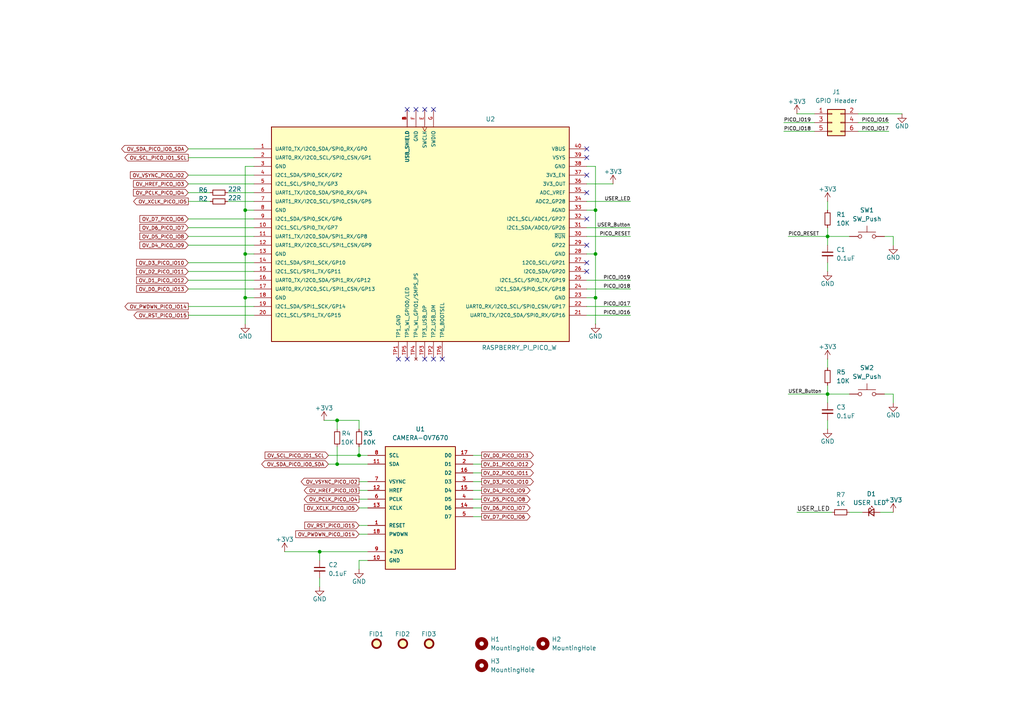
<source format=kicad_sch>
(kicad_sch (version 20231120) (generator "eeschema") (generator_version "8.0")
  (paper "A4")
  (title_block (title "PICO OV7670 Adapter") (date "2025-01-31") (rev "Ver 1.0") (company "Electronut Labs") (comment 1 "Designed by Mahesh Venkitachalam") (comment 2 "Drawn by Sivaprakash"))
  (lib_symbols
    (symbol "Connector_Generic:Conn_02x03_Odd_Even" (pin_names (offset 1.016) hide)
      (property "Reference" "J" (at 1.27 5.08 0))
      (property "Value" "Conn_02x03_Odd_Even" (at 1.27 -5.08 0))
      (symbol "Conn_02x03_Odd_Even_1_1"
        (rectangle (start -1.27 -2.413) (end 0 -2.667) (stroke (width 0.1524)))
        (rectangle (start -1.27 0.127) (end 0 -0.127) (stroke (width 0.1524)))
        (rectangle (start -1.27 2.667) (end 0 2.413) (stroke (width 0.1524)))
        (rectangle (start -1.27 3.81) (end 3.81 -3.81) (stroke (width 0.254)) (fill (type background)))
        (rectangle (start 3.81 -2.413) (end 2.54 -2.667) (stroke (width 0.1524)))
        (rectangle (start 3.81 0.127) (end 2.54 -0.127) (stroke (width 0.1524)))
        (rectangle (start 3.81 2.667) (end 2.54 2.413) (stroke (width 0.1524)))
        (pin passive line (at -5.08 2.54 0) (length 3.81) (name "Pin_1") (number "1"))
        (pin passive line (at 7.62 2.54 180) (length 3.81) (name "Pin_2") (number "2"))
        (pin passive line (at -5.08 0 0) (length 3.81) (name "Pin_3") (number "3"))
        (pin passive line (at 7.62 0 180) (length 3.81) (name "Pin_4") (number "4"))
        (pin passive line (at -5.08 -2.54 0) (length 3.81) (name "Pin_5") (number "5"))
        (pin passive line (at 7.62 -2.54 180) (length 3.81) (name "Pin_6") (number "6"))
      )
    )
    (symbol "Device:C_Small" (pin_numbers hide) (pin_names (offset 0.254) hide)
      (property "Reference" "C" (at 0.254 1.778 0))
      (property "Value" "C_Small" (at 0.254 -2.032 0))
      (symbol "C_Small_0_1"
        (polyline (pts (xy -1.524 -0.508) (xy 1.524 -0.508)) (stroke (width 0.3302)))
        (polyline (pts (xy -1.524 0.508) (xy 1.524 0.508)) (stroke (width 0.3048)))
      )
      (symbol "C_Small_1_1"
        (pin passive line (at 0 2.54 270) (length 2.032) (name "~") (number "1"))
        (pin passive line (at 0 -2.54 90) (length 2.032) (name "~") (number "2"))
      )
    )
    (symbol "Device:LED_Small" (pin_numbers hide) (pin_names (offset 0.254) hide)
      (property "Reference" "D" (at -1.27 3.175 0))
      (property "Value" "LED_Small" (at -4.445 -2.54 0))
      (symbol "LED_Small_0_1"
        (polyline (pts (xy -0.762 -1.016) (xy -0.762 1.016)) (stroke (width 0.254)))
        (polyline (pts (xy 1.016 0) (xy -0.762 0)))
        (polyline (pts (xy 0.762 -1.016) (xy -0.762 0) (xy 0.762 1.016) (xy 0.762 -1.016)) (stroke (width 0.254)))
        (polyline (pts (xy 0 0.762) (xy -0.508 1.27) (xy -0.254 1.27) (xy -0.508 1.27) (xy -0.508 1.016)))
        (polyline (pts (xy 0.508 1.27) (xy 0 1.778) (xy 0.254 1.778) (xy 0 1.778) (xy 0 1.524)))
      )
      (symbol "LED_Small_1_1"
        (pin passive line (at -2.54 0 0) (length 1.778) (name "K") (number "1"))
        (pin passive line (at 2.54 0 180) (length 1.778) (name "A") (number "2"))
      )
    )
    (symbol "Device:R_Small" (pin_numbers hide) (pin_names (offset 0.254) hide)
      (property "Reference" "R" (at 0.762 0.508 0))
      (property "Value" "R_Small" (at 0.762 -1.016 0))
      (symbol "R_Small_0_1"
        (rectangle (start -0.762 1.778) (end 0.762 -1.778) (stroke (width 0.2032)))
      )
      (symbol "R_Small_1_1"
        (pin passive line (at 0 2.54 270) (length 0.762) (name "~") (number "1"))
        (pin passive line (at 0 -2.54 90) (length 0.762) (name "~") (number "2"))
      )
    )
    (symbol "Mechanical:Fiducial" (exclude_from_sim yes) (in_bom no)
      (property "Reference" "FID" (at 0 5.08 0))
      (property "Value" "Fiducial" (at 0 3.175 0))
      (symbol "Fiducial_0_1"
        (circle (center 0 0) (radius 1.27) (stroke (width 0.508)) (fill (type background)))
      )
    )
    (symbol "Mechanical:MountingHole" (pin_names (offset 1.016)) (exclude_from_sim yes) (in_bom no)
      (property "Reference" "H" (at 0 5.08 0))
      (property "Value" "MountingHole" (at 0 3.175 0))
      (symbol "MountingHole_0_1"
        (circle (center 0 0) (radius 1.27) (stroke (width 1.27)))
      )
    )
    (symbol "Switch:SW_Push" (pin_numbers hide) (pin_names (offset 1.016) hide)
      (property "Reference" "SW" (at 1.27 2.54 0))
      (property "Value" "SW_Push" (at 0 -1.524 0))
      (symbol "SW_Push_0_1"
        (circle (center -2.032 0) (radius 0.508))
        (polyline (pts (xy 0 1.27) (xy 0 3.048)))
        (polyline (pts (xy 2.54 1.27) (xy -2.54 1.27)))
        (circle (center 2.032 0) (radius 0.508))
        (pin passive line (at -5.08 0 0) (length 2.54) (name "1") (number "1"))
        (pin passive line (at 5.08 0 180) (length 2.54) (name "2") (number "2"))
      )
    )
    (symbol "pico_ov7670_adapter:CAMERA-OV7670" (pin_names (offset 1.016))
      (property "Reference" "U" (at -10.16 18.542 0))
      (property "Value" "CAMERA-OV7670" (at 0 0 0))
      (symbol "CAMERA-OV7670_0_0"
        (rectangle (start -10.16 -17.78) (end 10.16 17.78) (stroke (width 0.254)) (fill (type background)))
      )
      (symbol "CAMERA-OV7670_1_0"
        (pin bidirectional line (at -15.24 -5.08 0) (length 5.08) (name "RESET") (number "1"))
        (pin bidirectional line (at -15.24 -15.24 0) (length 5.08) (name "GND") (number "10"))
        (pin bidirectional line (at -15.24 12.7 0) (length 5.08) (name "SDA") (number "11"))
        (pin bidirectional line (at -15.24 5.08 0) (length 5.08) (name "HREF") (number "12"))
        (pin bidirectional line (at -15.24 0 0) (length 5.08) (name "XCLK") (number "13"))
        (pin bidirectional line (at 15.24 0 180) (length 5.08) (name "D6") (number "14"))
        (pin bidirectional line (at 15.24 5.08 180) (length 5.08) (name "D4") (number "15"))
        (pin bidirectional line (at 15.24 10.16 180) (length 5.08) (name "D2") (number "16"))
        (pin bidirectional line (at 15.24 15.24 180) (length 5.08) (name "D0") (number "17"))
        (pin bidirectional line (at -15.24 -7.62 0) (length 5.08) (name "PWDWN") (number "18"))
        (pin bidirectional line (at 15.24 12.7 180) (length 5.08) (name "D1") (number "2"))
        (pin bidirectional line (at 15.24 7.62 180) (length 5.08) (name "D3") (number "3"))
        (pin bidirectional line (at 15.24 2.54 180) (length 5.08) (name "D5") (number "4"))
        (pin bidirectional line (at 15.24 -2.54 180) (length 5.08) (name "D7") (number "5"))
        (pin bidirectional line (at -15.24 2.54 0) (length 5.08) (name "PCLK") (number "6"))
        (pin bidirectional line (at -15.24 7.62 0) (length 5.08) (name "VSYNC") (number "7"))
        (pin bidirectional line (at -15.24 15.24 0) (length 5.08) (name "SCL") (number "8"))
        (pin bidirectional line (at -15.24 -12.7 0) (length 5.08) (name "+3V3") (number "9"))
      )
    )
    (symbol "pico_ov7670_adapter:RASPBERRY_PI_PICO_W" (pin_names (offset 1.016))
      (property "Reference" "U" (at -43.18 32.639 0))
      (property "Value" "RASPBERRY_PI_PICO_W" (at 14.478 -33.782 0))
      (symbol "RASPBERRY_PI_PICO_W_0_0"
        (rectangle (start -43.18 31.75) (end 43.18 -30.48) (stroke (width 0.254)) (fill (type background)))
        (pin bidirectional line (at -48.26 25.4 0) (length 5.08) (name "UART0_TX/I2C0_SDA/SPI0_RX/GP0") (number "1"))
        (pin bidirectional line (at -48.26 2.54 0) (length 5.08) (name "I2C1_SCL/SPI0_TX/GP7") (number "10"))
        (pin bidirectional line (at -48.26 0 0) (length 5.08) (name "UART1_TX/I2C0_SDA/SPI1_RX/GP8") (number "11"))
        (pin bidirectional line (at -48.26 -2.54 0) (length 5.08) (name "UART1_RX/I2C0_SCL/SPI1_CSN/GP9") (number "12"))
        (pin power_in line (at -48.26 -5.08 0) (length 5.08) (name "GND") (number "13"))
        (pin bidirectional line (at -48.26 -7.62 0) (length 5.08) (name "I2C1_SDA/SPI1_SCK/GP10") (number "14"))
        (pin bidirectional line (at -48.26 -10.16 0) (length 5.08) (name "I2C1_SCL/SPI1_TX/GP11") (number "15"))
        (pin bidirectional line (at -48.26 -12.7 0) (length 5.08) (name "UART0_TX/I2C0_SDA/SPI1_RX/GP12") (number "16"))
        (pin bidirectional line (at -48.26 -15.24 0) (length 5.08) (name "UART0_RX/I2C0_SCL/SPI1_CSN/GP13") (number "17"))
        (pin power_in line (at -48.26 -17.78 0) (length 5.08) (name "GND") (number "18"))
        (pin bidirectional line (at -48.26 -20.32 0) (length 5.08) (name "I2C1_SDA/SPI1_SCK/GP14") (number "19"))
        (pin bidirectional line (at -48.26 22.86 0) (length 5.08) (name "UART0_RX/I2C0_SCL/SPI0_CSN/GP1") (number "2"))
        (pin bidirectional line (at -48.26 -22.86 0) (length 5.08) (name "I2C1_SCL/SPI1_TX/GP15") (number "20"))
        (pin bidirectional line (at 48.26 -22.86 180) (length 5.08) (name "UART0_TX/I2C0_SDA/SPI0_RX/GP16") (number "21"))
        (pin bidirectional line (at 48.26 -20.32 180) (length 5.08) (name "UART0_RX/I2C0_SCL/SPI0_CSN/GP17") (number "22"))
        (pin power_in line (at 48.26 -17.78 180) (length 5.08) (name "GND") (number "23"))
        (pin bidirectional line (at 48.26 -15.24 180) (length 5.08) (name "I2C1_SDA/SPI0_SCK/GP18") (number "24"))
        (pin bidirectional line (at 48.26 -12.7 180) (length 5.08) (name "I2C1_SCL/SPI0_TX/GP19") (number "25"))
        (pin bidirectional line (at 48.26 -10.16 180) (length 5.08) (name "I2C0_SDA/GP20") (number "26"))
        (pin bidirectional line (at 48.26 -7.62 180) (length 5.08) (name "12C0_SCL/GP21") (number "27"))
        (pin power_in line (at 48.26 -5.08 180) (length 5.08) (name "GND") (number "28"))
        (pin bidirectional line (at 48.26 -2.54 180) (length 5.08) (name "GP22") (number "29"))
        (pin power_in line (at -48.26 20.32 0) (length 5.08) (name "GND") (number "3"))
        (pin input line (at 48.26 0 180) (length 5.08) (name "~{RUN}") (number "30"))
        (pin bidirectional line (at 48.26 2.54 180) (length 5.08) (name "I2C1_SDA/ADC0/GP26") (number "31"))
        (pin bidirectional line (at 48.26 5.08 180) (length 5.08) (name "I2C1_SCL/ADC1/GP27") (number "32"))
        (pin power_in line (at 48.26 7.62 180) (length 5.08) (name "AGND") (number "33"))
        (pin bidirectional line (at 48.26 10.16 180) (length 5.08) (name "ADC2_GP28") (number "34"))
        (pin power_in line (at 48.26 12.7 180) (length 5.08) (name "ADC_VREF") (number "35"))
        (pin power_in line (at 48.26 15.24 180) (length 5.08) (name "3V3_OUT") (number "36"))
        (pin input line (at 48.26 17.78 180) (length 5.08) (name "3V3_EN") (number "37"))
        (pin power_in line (at 48.26 20.32 180) (length 5.08) (name "GND") (number "38"))
        (pin power_in line (at 48.26 22.86 180) (length 5.08) (name "VSYS") (number "39"))
        (pin bidirectional line (at -48.26 17.78 0) (length 5.08) (name "I2C1_SDA/SPI0_SCK/GP2") (number "4"))
        (pin power_in line (at 48.26 25.4 180) (length 5.08) (name "VBUS") (number "40"))
        (pin bidirectional line (at -48.26 15.24 0) (length 5.08) (name "I2C1_SCL/SPI0_TX/GP3") (number "5"))
        (pin bidirectional line (at -48.26 12.7 0) (length 5.08) (name "UART1_TX/I2C0_SDA/SPI0_RX/GP4") (number "6"))
        (pin bidirectional line (at -48.26 10.16 0) (length 5.08) (name "UART1_RX/I2C0_SCL/SPI0_CSN/GP5") (number "7"))
        (pin power_in line (at -48.26 7.62 0) (length 5.08) (name "GND") (number "8"))
        (pin bidirectional line (at -48.26 5.08 0) (length 5.08) (name "I2C1_SDA/SPI0_SCK/GP6") (number "9"))
        (pin power_in line (at -3.81 36.83 270) (length 5.08) (name "USB_SHIELD") (number "A"))
        (pin power_in line (at -3.81 36.83 270) (length 5.08) (name "USB_SHIELD") (number "B"))
        (pin power_in line (at -3.81 36.83 270) (length 5.08) (name "USB_SHIELD") (number "C"))
        (pin power_in line (at -3.81 36.83 270) (length 5.08) (name "USB_SHIELD") (number "D"))
        (pin input clock (at 1.27 36.83 270) (length 5.08) (name "SWCLK") (number "E"))
        (pin power_in line (at -1.27 36.83 270) (length 5.08) (name "GND") (number "F"))
        (pin bidirectional line (at 3.81 36.83 270) (length 5.08) (name "SWDIO") (number "G"))
        (pin power_in line (at -6.35 -35.56 90) (length 5.08) (name "TP1_GND") (number "TP1"))
        (pin bidirectional line (at 3.81 -35.56 90) (length 5.08) (name "TP2_USB_DM") (number "TP2"))
        (pin bidirectional line (at 1.27 -35.56 90) (length 5.08) (name "TP3_USB_DP") (number "TP3"))
        (pin no_connect line (at -1.27 -35.56 90) (length 5.08) (name "TP4_WL_GPIO1/SMPS_PS") (number "TP4"))
        (pin bidirectional line (at -3.81 -35.56 90) (length 5.08) (name "TP5_WL_GPIO0/LED") (number "TP5"))
        (pin input line (at 6.35 -35.56 90) (length 5.08) (name "TP6_BOOTSEL") (number "TP6"))
      )
    )
    (symbol "power:+3V3" (power) (pin_numbers hide) (pin_names (offset 0) hide)
      (property "Value" "+3V3" (at 0 3.556 0))
      (symbol "+3V3_0_1"
        (polyline (pts (xy -0.762 1.27) (xy 0 2.54)))
        (polyline (pts (xy 0 0) (xy 0 2.54)))
        (polyline (pts (xy 0 2.54) (xy 0.762 1.27)))
      )
      (symbol "+3V3_1_1"
        (pin power_in line (at 0 0 90) (length 0) (name "~") (number "1"))
      )
    )
    (symbol "power:GND" (power) (pin_numbers hide) (pin_names (offset 0) hide)
      (property "Value" "GND" (at 0 -3.81 0))
      (symbol "GND_0_1"
        (polyline (pts (xy 0 0) (xy 0 -1.27) (xy 1.27 -1.27) (xy 0 -2.54) (xy -1.27 -1.27) (xy 0 -1.27)))
      )
      (symbol "GND_1_1"
        (pin power_in line (at 0 0 270) (length 0) (name "~") (number "1"))
      )
    )
  )
  (junction (at 97.79 121.92))
  (junction (at 71.12 86.36))
  (junction (at 240.03 114.3))
  (junction (at 172.72 60.96))
  (junction (at 172.72 86.36))
  (junction (at 71.12 73.66))
  (junction (at 172.72 73.66))
  (junction (at 71.12 60.96))
  (junction (at 92.71 160.02))
  (junction (at 240.03 68.58))
  (junction (at 97.79 134.62))
  (junction (at 104.14 132.08))
  (no_connect (at 170.18 55.88))
  (no_connect (at 125.73 104.14))
  (no_connect (at 170.18 43.18))
  (no_connect (at 170.18 45.72))
  (no_connect (at 170.18 76.2))
  (no_connect (at 115.57 104.14))
  (no_connect (at 123.19 104.14))
  (no_connect (at 125.73 31.75))
  (no_connect (at 128.27 104.14))
  (no_connect (at 170.18 78.74))
  (no_connect (at 170.18 50.8))
  (no_connect (at 170.18 63.5))
  (no_connect (at 120.65 31.75))
  (no_connect (at 123.19 31.75))
  (no_connect (at 170.18 71.12))
  (no_connect (at 118.11 104.14))
  (no_connect (at 118.11 31.75))
  (wire (pts (xy 137.16 134.62) (xy 139.7 134.62)))
  (wire (pts (xy 248.92 35.56) (xy 257.81 35.56)))
  (wire (pts (xy 170.18 86.36) (xy 172.72 86.36)))
  (wire (pts (xy 240.03 76.2) (xy 240.03 78.74)))
  (wire (pts (xy 104.14 129.54) (xy 104.14 132.08)))
  (wire (pts (xy 248.92 33.02) (xy 261.62 33.02)))
  (wire (pts (xy 95.25 134.62) (xy 97.79 134.62)))
  (wire (pts (xy 170.18 91.44) (xy 182.88 91.44)))
  (wire (pts (xy 71.12 60.96) (xy 73.66 60.96)))
  (wire (pts (xy 248.92 38.1) (xy 257.81 38.1)))
  (wire (pts (xy 92.71 160.02) (xy 106.68 160.02)))
  (wire (pts (xy 71.12 60.96) (xy 71.12 73.66)))
  (wire (pts (xy 97.79 134.62) (xy 106.68 134.62)))
  (wire (pts (xy 170.18 68.58) (xy 182.88 68.58)))
  (wire (pts (xy 106.68 162.56) (xy 104.14 162.56)))
  (wire (pts (xy 104.14 142.24) (xy 106.68 142.24)))
  (wire (pts (xy 95.25 132.08) (xy 104.14 132.08)))
  (wire (pts (xy 54.61 76.2) (xy 73.66 76.2)))
  (wire (pts (xy 97.79 129.54) (xy 97.79 134.62)))
  (wire (pts (xy 54.61 91.44) (xy 73.66 91.44)))
  (wire (pts (xy 256.54 68.58) (xy 259.08 68.58)))
  (wire (pts (xy 93.98 121.92) (xy 97.79 121.92)))
  (wire (pts (xy 240.03 68.58) (xy 246.38 68.58)))
  (wire (pts (xy 137.16 132.08) (xy 139.7 132.08)))
  (wire (pts (xy 104.14 144.78) (xy 106.68 144.78)))
  (wire (pts (xy 71.12 73.66) (xy 73.66 73.66)))
  (wire (pts (xy 259.08 68.58) (xy 259.08 71.12)))
  (wire (pts (xy 228.6 114.3) (xy 240.03 114.3)))
  (wire (pts (xy 172.72 73.66) (xy 172.72 86.36)))
  (wire (pts (xy 104.14 154.94) (xy 106.68 154.94)))
  (wire (pts (xy 54.61 58.42) (xy 60.96 58.42)))
  (wire (pts (xy 54.61 53.34) (xy 73.66 53.34)))
  (wire (pts (xy 170.18 48.26) (xy 172.72 48.26)))
  (wire (pts (xy 73.66 48.26) (xy 71.12 48.26)))
  (wire (pts (xy 137.16 137.16) (xy 139.7 137.16)))
  (wire (pts (xy 66.04 58.42) (xy 73.66 58.42)))
  (wire (pts (xy 240.03 114.3) (xy 240.03 116.84)))
  (wire (pts (xy 54.61 55.88) (xy 60.96 55.88)))
  (wire (pts (xy 104.14 132.08) (xy 106.68 132.08)))
  (wire (pts (xy 170.18 81.28) (xy 182.88 81.28)))
  (wire (pts (xy 137.16 147.32) (xy 139.7 147.32)))
  (wire (pts (xy 92.71 167.64) (xy 92.71 170.18)))
  (wire (pts (xy 170.18 60.96) (xy 172.72 60.96)))
  (wire (pts (xy 66.04 55.88) (xy 73.66 55.88)))
  (wire (pts (xy 240.03 66.04) (xy 240.03 68.58)))
  (wire (pts (xy 54.61 45.72) (xy 73.66 45.72)))
  (wire (pts (xy 71.12 86.36) (xy 71.12 93.98)))
  (wire (pts (xy 240.03 104.14) (xy 240.03 106.68)))
  (wire (pts (xy 256.54 114.3) (xy 259.08 114.3)))
  (wire (pts (xy 54.61 68.58) (xy 73.66 68.58)))
  (wire (pts (xy 137.16 142.24) (xy 139.7 142.24)))
  (wire (pts (xy 227.33 38.1) (xy 236.22 38.1)))
  (wire (pts (xy 137.16 149.86) (xy 139.7 149.86)))
  (wire (pts (xy 54.61 63.5) (xy 73.66 63.5)))
  (wire (pts (xy 82.55 160.02) (xy 92.71 160.02)))
  (wire (pts (xy 227.33 35.56) (xy 236.22 35.56)))
  (wire (pts (xy 240.03 68.58) (xy 240.03 71.12)))
  (wire (pts (xy 228.6 68.58) (xy 240.03 68.58)))
  (wire (pts (xy 54.61 78.74) (xy 73.66 78.74)))
  (wire (pts (xy 97.79 121.92) (xy 104.14 121.92)))
  (wire (pts (xy 240.03 114.3) (xy 246.38 114.3)))
  (wire (pts (xy 104.14 121.92) (xy 104.14 124.46)))
  (wire (pts (xy 246.38 148.59) (xy 250.19 148.59)))
  (wire (pts (xy 170.18 73.66) (xy 172.72 73.66)))
  (wire (pts (xy 172.72 48.26) (xy 172.72 60.96)))
  (wire (pts (xy 172.72 60.96) (xy 172.72 73.66)))
  (wire (pts (xy 54.61 83.82) (xy 73.66 83.82)))
  (wire (pts (xy 172.72 86.36) (xy 172.72 93.98)))
  (wire (pts (xy 240.03 111.76) (xy 240.03 114.3)))
  (wire (pts (xy 137.16 144.78) (xy 139.7 144.78)))
  (wire (pts (xy 71.12 48.26) (xy 71.12 60.96)))
  (wire (pts (xy 240.03 58.42) (xy 240.03 60.96)))
  (wire (pts (xy 71.12 86.36) (xy 73.66 86.36)))
  (wire (pts (xy 170.18 88.9) (xy 182.88 88.9)))
  (wire (pts (xy 104.14 139.7) (xy 106.68 139.7)))
  (wire (pts (xy 137.16 139.7) (xy 139.7 139.7)))
  (wire (pts (xy 54.61 43.18) (xy 73.66 43.18)))
  (wire (pts (xy 92.71 160.02) (xy 92.71 162.56)))
  (wire (pts (xy 71.12 73.66) (xy 71.12 86.36)))
  (wire (pts (xy 54.61 81.28) (xy 73.66 81.28)))
  (wire (pts (xy 97.79 121.92) (xy 97.79 124.46)))
  (wire (pts (xy 170.18 53.34) (xy 177.8 53.34)))
  (wire (pts (xy 104.14 162.56) (xy 104.14 165.1)))
  (wire (pts (xy 240.03 121.92) (xy 240.03 124.46)))
  (wire (pts (xy 54.61 66.04) (xy 73.66 66.04)))
  (wire (pts (xy 259.08 114.3) (xy 259.08 116.84)))
  (wire (pts (xy 104.14 147.32) (xy 106.68 147.32)))
  (wire (pts (xy 54.61 88.9) (xy 73.66 88.9)))
  (wire (pts (xy 54.61 50.8) (xy 73.66 50.8)))
  (wire (pts (xy 170.18 66.04) (xy 182.88 66.04)))
  (wire (pts (xy 231.14 33.02) (xy 236.22 33.02)))
  (wire (pts (xy 170.18 83.82) (xy 182.88 83.82)))
  (wire (pts (xy 104.14 152.4) (xy 106.68 152.4)))
  (wire (pts (xy 231.14 148.59) (xy 241.3 148.59)))
  (wire (pts (xy 54.61 71.12) (xy 73.66 71.12)))
  (wire (pts (xy 259.08 148.59) (xy 255.27 148.59)))
  (wire (pts (xy 170.18 58.42) (xy 182.88 58.42)))
  (label "PICO_RESET" (at 182.88 68.58 180) (effects (font (size 1 1))))
  (label "PICO_IO18" (at 227.33 38.1 0) (effects (font (size 1 1))))
  (label "PICO_IO17" (at 182.88 88.9 180) (effects (font (size 1 1))))
  (label "PICO_IO19" (at 182.88 81.28 180) (effects (font (size 1 1))))
  (label "PICO_IO17" (at 257.81 38.1 180) (effects (font (size 1 1))))
  (label "PICO_IO16" (at 257.81 35.56 180) (effects (font (size 1 1))))
  (label "PICO_IO18" (at 182.88 83.82 180) (effects (font (size 1 1))))
  (label "USER_LED" (at 182.88 58.42 180) (effects (font (size 1 1))))
  (label "PICO_RESET" (at 228.6 68.58 0) (effects (font (size 1 1))))
  (label "USER_Button" (at 182.88 66.04 180) (effects (font (size 1 1))))
  (label "USER_Button" (at 228.6 114.3 0) (effects (font (size 1 1))))
  (label "USER_LED" (at 231.14 148.59 0))
  (label "PICO_IO19" (at 227.33 35.56 0) (effects (font (size 1 1))))
  (label "PICO_IO16" (at 182.88 91.44 180) (effects (font (size 1 1))))
  (global_label "OV_SDA_PICO_IO0_SDA" (shape bidirectional) (at 54.61 43.18 180) (effects (font (size 1 1))) (property "Intersheetrefs" "${INTERSHEET_REFS}" (effects (hide yes))))
  (global_label "OV_XCLK_PICO_IO5" (shape input) (at 104.14 147.32 180) (effects (font (size 1 1))) (property "Intersheetrefs" "${INTERSHEET_REFS}" (effects (hide yes))))
  (global_label "OV_D3_PICO_IO10" (shape input) (at 54.61 76.2 180) (effects (font (size 1 1))) (property "Intersheetrefs" "${INTERSHEET_REFS}" (effects (hide yes))))
  (global_label "OV_D6_PICO_IO7" (shape output) (at 139.7 147.32 0) (effects (font (size 1 1))) (property "Intersheetrefs" "${INTERSHEET_REFS}" (effects (hide yes))))
  (global_label "OV_D1_PICO_IO12" (shape input) (at 54.61 81.28 180) (effects (font (size 1 1))) (property "Intersheetrefs" "${INTERSHEET_REFS}" (effects (hide yes))))
  (global_label "OV_SDA_PICO_IO0_SDA" (shape bidirectional) (at 95.25 134.62 180) (effects (font (size 1 1))) (property "Intersheetrefs" "${INTERSHEET_REFS}" (effects (hide yes))))
  (global_label "OV_HREF_PICO_IO3" (shape output) (at 104.14 142.24 180) (effects (font (size 1 1))) (property "Intersheetrefs" "${INTERSHEET_REFS}" (effects (hide yes))))
  (global_label "OV_HREF_PICO_IO3" (shape input) (at 54.61 53.34 180) (effects (font (size 1 1))) (property "Intersheetrefs" "${INTERSHEET_REFS}" (effects (hide yes))))
  (global_label "OV_SCL_PICO_IO1_SCL" (shape output) (at 54.61 45.72 180) (effects (font (size 1 1))) (property "Intersheetrefs" "${INTERSHEET_REFS}" (effects (hide yes))))
  (global_label "OV_XCLK_PICO_IO5" (shape output) (at 54.61 58.42 180) (effects (font (size 1 1))) (property "Intersheetrefs" "${INTERSHEET_REFS}" (effects (hide yes))))
  (global_label "OV_PWDWN_PICO_IO14" (shape output) (at 54.61 88.9 180) (effects (font (size 1 1))) (property "Intersheetrefs" "${INTERSHEET_REFS}" (effects (hide yes))))
  (global_label "OV_D6_PICO_IO7" (shape input) (at 54.61 66.04 180) (effects (font (size 1 1))) (property "Intersheetrefs" "${INTERSHEET_REFS}" (effects (hide yes))))
  (global_label "OV_D0_PICO_IO13" (shape input) (at 54.61 83.82 180) (effects (font (size 1 1))) (property "Intersheetrefs" "${INTERSHEET_REFS}" (effects (hide yes))))
  (global_label "OV_VSYNC_PICO_IO2" (shape output) (at 104.14 139.7 180) (effects (font (size 1 1))) (property "Intersheetrefs" "${INTERSHEET_REFS}" (effects (hide yes))))
  (global_label "OV_D4_PICO_IO9" (shape output) (at 139.7 142.24 0) (effects (font (size 1 1))) (property "Intersheetrefs" "${INTERSHEET_REFS}" (effects (hide yes))))
  (global_label "OV_D3_PICO_IO10" (shape output) (at 139.7 139.7 0) (effects (font (size 1 1))) (property "Intersheetrefs" "${INTERSHEET_REFS}" (effects (hide yes))))
  (global_label "OV_D1_PICO_IO12" (shape output) (at 139.7 134.62 0) (effects (font (size 1 1))) (property "Intersheetrefs" "${INTERSHEET_REFS}" (effects (hide yes))))
  (global_label "OV_D5_PICO_IO8" (shape input) (at 54.61 68.58 180) (effects (font (size 1 1))) (property "Intersheetrefs" "${INTERSHEET_REFS}" (effects (hide yes))))
  (global_label "OV_SCL_PICO_IO1_SCL" (shape input) (at 95.25 132.08 180) (effects (font (size 1 1))) (property "Intersheetrefs" "${INTERSHEET_REFS}" (effects (hide yes))))
  (global_label "OV_D5_PICO_IO8" (shape output) (at 139.7 144.78 0) (effects (font (size 1 1))) (property "Intersheetrefs" "${INTERSHEET_REFS}" (effects (hide yes))))
  (global_label "OV_RST_PICO_IO15" (shape input) (at 104.14 152.4 180) (effects (font (size 1 1))) (property "Intersheetrefs" "${INTERSHEET_REFS}" (effects (hide yes))))
  (global_label "OV_PWDWN_PICO_IO14" (shape input) (at 104.14 154.94 180) (effects (font (size 1 1))) (property "Intersheetrefs" "${INTERSHEET_REFS}" (effects (hide yes))))
  (global_label "OV_D7_PICO_IO6" (shape input) (at 54.61 63.5 180) (effects (font (size 1 1))) (property "Intersheetrefs" "${INTERSHEET_REFS}" (effects (hide yes))))
  (global_label "OV_D2_PICO_IO11" (shape input) (at 54.61 78.74 180) (effects (font (size 1 1))) (property "Intersheetrefs" "${INTERSHEET_REFS}" (effects (hide yes))))
  (global_label "OV_D2_PICO_IO11" (shape output) (at 139.7 137.16 0) (effects (font (size 1 1))) (property "Intersheetrefs" "${INTERSHEET_REFS}" (effects (hide yes))))
  (global_label "OV_VSYNC_PICO_IO2" (shape input) (at 54.61 50.8 180) (effects (font (size 1 1))) (property "Intersheetrefs" "${INTERSHEET_REFS}" (effects (hide yes))))
  (global_label "OV_D7_PICO_IO6" (shape output) (at 139.7 149.86 0) (effects (font (size 1 1))) (property "Intersheetrefs" "${INTERSHEET_REFS}" (effects (hide yes))))
  (global_label "OV_D0_PICO_IO13" (shape output) (at 139.7 132.08 0) (effects (font (size 1 1))) (property "Intersheetrefs" "${INTERSHEET_REFS}" (effects (hide yes))))
  (global_label "OV_PCLK_PICO_IO4" (shape output) (at 104.14 144.78 180) (effects (font (size 1 1))) (property "Intersheetrefs" "${INTERSHEET_REFS}" (effects (hide yes))))
  (global_label "OV_RST_PICO_IO15" (shape output) (at 54.61 91.44 180) (effects (font (size 1 1))) (property "Intersheetrefs" "${INTERSHEET_REFS}" (effects (hide yes))))
  (global_label "OV_PCLK_PICO_IO4" (shape input) (at 54.61 55.88 180) (effects (font (size 1 1))) (property "Intersheetrefs" "${INTERSHEET_REFS}" (effects (hide yes))))
  (global_label "OV_D4_PICO_IO9" (shape input) (at 54.61 71.12 180) (effects (font (size 1 1))) (property "Intersheetrefs" "${INTERSHEET_REFS}" (effects (hide yes))))
  (symbol (lib_id "Mechanical:MountingHole") (at 139.7 186.69 0) (unit 1) (exclude_from_sim yes) (in_bom no)
    (property "Reference" "H1" (at 142.24 185.4199 0) (effects (justify left)))
    (property "Value" "MountingHole" (at 142.24 187.9599 0) (effects (justify left)))
    (property "Footprint" "MountingHole:MountingHole_3.2mm_M3_DIN965" (effects (hide yes)))
    (property "Description" "Mounting Hole without connection" (effects (hide yes)))
  )
  (symbol (lib_id "pico_ov7670_adapter:CAMERA-OV7670") (at 121.92 147.32 0) (unit 1)
    (property "Reference" "U1" (at 121.92 124.46 0))
    (property "Value" "CAMERA-OV7670" (at 121.92 127 0))
    (property "Footprint" "pico_ov7670_adapter:ov7670_camera module" (effects (hide yes)))
    (property "MF" "Olimex Ltd." (effects (hide yes)))
    (property "Description_1" "\n                        \n                            OV7670 Camera Sensor Platform Evaluation Expansion Board\n                        \n" (effects (hide yes)))
    (property "Package" "None" (effects (hide yes)))
    (property "Price" "None" (effects (hide yes)))
    (property "SnapEDA_Link" "https://www.snapeda.com/parts/CAMERA-OV7670/Olimex/view-part/?ref=snap" (effects (hide yes)))
    (property "MP" "CAMERA-OV7670" (effects (hide yes)))
    (property "Availability" "In Stock" (effects (hide yes)))
    (property "Check_prices" "https://www.snapeda.com/parts/CAMERA-OV7670/Olimex/view-part/?ref=eda" (effects (hide yes)))
  )
  (symbol (lib_id "Device:R_Small") (at 104.14 127 0) (unit 1)
    (property "Reference" "R3" (at 105.41 125.73 0) (effects (justify left)))
    (property "Value" "10K" (at 105.156 128.27 0) (effects (justify left)))
    (property "Footprint" "Resistor_SMD:R_0603_1608Metric" (effects (hide yes)))
    (property "Description" "Resistor, small symbol" (effects (hide yes)))
  )
  (symbol (lib_id "power:+3V3") (at 240.03 104.14 0) (unit 1)
    (property "Reference" "#PWR013" (effects (hide yes)))
    (property "Value" "+3V3" (at 240.03 100.584 0))
    (property "Description" "Power symbol creates a global label with name \"+3V3\"" (effects (hide yes)))
  )
  (symbol (lib_id "Mechanical:MountingHole") (at 139.7 193.04 0) (unit 1) (exclude_from_sim yes) (in_bom no)
    (property "Reference" "H3" (at 142.24 191.7699 0) (effects (justify left)))
    (property "Value" "MountingHole" (at 142.24 194.3099 0) (effects (justify left)))
    (property "Footprint" "MountingHole:MountingHole_3.2mm_M3_DIN965" (effects (hide yes)))
    (property "Description" "Mounting Hole without connection" (effects (hide yes)))
  )
  (symbol (lib_id "power:+3V3") (at 177.8 53.34 0) (unit 1)
    (property "Reference" "#PWR02" (effects (hide yes)))
    (property "Value" "+3V3" (at 177.8 49.784 0))
    (property "Description" "Power symbol creates a global label with name \"+3V3\"" (effects (hide yes)))
  )
  (symbol (lib_id "power:GND") (at 240.03 78.74 0) (unit 1)
    (property "Reference" "#PWR06" (effects (hide yes)))
    (property "Value" "GND" (at 240.03 82.296 0))
    (property "Description" "Power symbol creates a global label with name \"GND\" , ground" (effects (hide yes)))
  )
  (symbol (lib_id "Device:R_Small") (at 243.84 148.59 270) (unit 1)
    (property "Reference" "R7" (at 243.84 143.51 90))
    (property "Value" "1K" (at 243.84 146.05 90))
    (property "Footprint" "Resistor_SMD:R_0603_1608Metric" (effects (hide yes)))
    (property "Description" "Resistor, small symbol" (effects (hide yes)))
  )
  (symbol (lib_id "power:+3V3") (at 93.98 121.92 0) (unit 1)
    (property "Reference" "#PWR012" (effects (hide yes)))
    (property "Value" "+3V3" (at 93.98 118.364 0))
    (property "Description" "Power symbol creates a global label with name \"+3V3\"" (effects (hide yes)))
  )
  (symbol (lib_id "Device:C_Small") (at 240.03 119.38 0) (unit 1)
    (property "Reference" "C3" (at 242.57 118.1162 0) (effects (justify left)))
    (property "Value" "0.1uF" (at 242.57 120.6562 0) (effects (justify left)))
    (property "Footprint" "Capacitor_SMD:C_0603_1608Metric" (effects (hide yes)))
    (property "Description" "Unpolarized capacitor, small symbol" (effects (hide yes)))
  )
  (symbol (lib_id "Device:LED_Small") (at 252.73 148.59 0) (unit 1)
    (property "Reference" "D1" (at 252.73 143.256 0))
    (property "Value" "USER LED" (at 252.222 145.796 0))
    (property "Footprint" "LED_SMD:LED_0603_1608Metric" (effects (hide yes)))
    (property "Description" "Light emitting diode, small symbol" (effects (hide yes)))
  )
  (symbol (lib_id "power:GND") (at 104.14 165.1 0) (unit 1)
    (property "Reference" "#PWR04" (effects (hide yes)))
    (property "Value" "GND" (at 104.14 168.656 0))
    (property "Description" "Power symbol creates a global label with name \"GND\" , ground" (effects (hide yes)))
  )
  (symbol (lib_id "Device:C_Small") (at 92.71 165.1 0) (unit 1)
    (property "Reference" "C2" (at 95.25 163.8362 0) (effects (justify left)))
    (property "Value" "0.1uF" (at 95.25 166.3762 0) (effects (justify left)))
    (property "Footprint" "Capacitor_SMD:C_0603_1608Metric" (effects (hide yes)))
    (property "Description" "Unpolarized capacitor, small symbol" (effects (hide yes)))
  )
  (symbol (lib_id "power:GND") (at 259.08 116.84 0) (unit 1)
    (property "Reference" "#PWR015" (effects (hide yes)))
    (property "Value" "GND" (at 259.08 120.396 0))
    (property "Description" "Power symbol creates a global label with name \"GND\" , ground" (effects (hide yes)))
  )
  (symbol (lib_id "power:+3V3") (at 82.55 160.02 0) (unit 1)
    (property "Reference" "#PWR05" (effects (hide yes)))
    (property "Value" "+3V3" (at 82.55 156.464 0))
    (property "Description" "Power symbol creates a global label with name \"+3V3\"" (effects (hide yes)))
  )
  (symbol (lib_id "Connector_Generic:Conn_02x03_Odd_Even") (at 241.3 35.56 0) (unit 1)
    (property "Reference" "J1" (at 242.57 26.67 0))
    (property "Value" "GPIO Header" (at 242.57 29.21 0))
    (property "Footprint" "Connector_PinHeader_2.54mm:PinHeader_2x03_P2.54mm_Vertical" (effects (hide yes)))
    (property "Description" "Generic connector, double row, 02x03, odd/even pin numbering scheme (row 1 odd numbers, row 2 even numbers), script generated (kicad-library-utils/schlib/autogen/connector/)" (effects (hide yes)))
  )
  (symbol (lib_id "Mechanical:Fiducial") (at 124.46 186.69 0) (unit 1) (exclude_from_sim yes) (in_bom no)
    (property "Reference" "FID3" (at 122.174 183.896 0) (effects (justify left)))
    (property "Value" "Fiducial" (effects (hide yes)))
    (property "Footprint" "Fiducial:Fiducial_0.5mm_Mask1mm" (effects (hide yes)))
    (property "Description" "Fiducial Marker" (effects (hide yes)))
  )
  (symbol (lib_id "Device:R_Small") (at 240.03 109.22 0) (unit 1)
    (property "Reference" "R5" (at 242.57 107.9499 0) (effects (justify left)))
    (property "Value" "10K" (at 242.57 110.4899 0) (effects (justify left)))
    (property "Footprint" "Resistor_SMD:R_0603_1608Metric" (effects (hide yes)))
    (property "Description" "Resistor, small symbol" (effects (hide yes)))
  )
  (symbol (lib_id "power:+3V3") (at 240.03 58.42 0) (unit 1)
    (property "Reference" "#PWR08" (effects (hide yes)))
    (property "Value" "+3V3" (at 240.03 54.864 0))
    (property "Description" "Power symbol creates a global label with name \"+3V3\"" (effects (hide yes)))
  )
  (symbol (lib_id "Mechanical:MountingHole") (at 157.48 186.69 0) (unit 1) (exclude_from_sim yes) (in_bom no)
    (property "Reference" "H2" (at 160.02 185.4199 0) (effects (justify left)))
    (property "Value" "MountingHole" (at 160.02 187.9599 0) (effects (justify left)))
    (property "Footprint" "MountingHole:MountingHole_3.2mm_M3_DIN965" (effects (hide yes)))
    (property "Description" "Mounting Hole without connection" (effects (hide yes)))
  )
  (symbol (lib_id "Switch:SW_Push") (at 251.46 68.58 0) (unit 1)
    (property "Reference" "SW1" (at 251.46 60.96 0))
    (property "Value" "SW_Push" (at 251.46 63.5 0))
    (property "Footprint" "Button_Switch_SMD:SW_SPST_PTS810" (effects (hide yes)))
    (property "Description" "Push button switch, generic, two pins" (effects (hide yes)))
  )
  (symbol (lib_id "Device:R_Small") (at 63.5 58.42 90) (unit 1)
    (property "Reference" "R2" (at 58.928 57.658 90))
    (property "Value" "22R" (at 68.072 57.404 90))
    (property "Footprint" "Resistor_SMD:R_0603_1608Metric" (effects (hide yes)))
    (property "Description" "Resistor, small symbol" (effects (hide yes)))
  )
  (symbol (lib_id "Mechanical:Fiducial") (at 116.84 186.69 0) (unit 1) (exclude_from_sim yes) (in_bom no)
    (property "Reference" "FID2" (at 114.554 183.896 0) (effects (justify left)))
    (property "Value" "Fiducial" (effects (hide yes)))
    (property "Footprint" "Fiducial:Fiducial_0.5mm_Mask1mm" (effects (hide yes)))
    (property "Description" "Fiducial Marker" (effects (hide yes)))
  )
  (symbol (lib_id "Switch:SW_Push") (at 251.46 114.3 0) (unit 1)
    (property "Reference" "SW2" (at 251.46 106.68 0))
    (property "Value" "SW_Push" (at 251.46 109.22 0))
    (property "Footprint" "Button_Switch_SMD:SW_SPST_PTS810" (effects (hide yes)))
    (property "Description" "Push button switch, generic, two pins" (effects (hide yes)))
  )
  (symbol (lib_id "power:+3V3") (at 259.08 148.59 0) (unit 1)
    (property "Reference" "#PWR017" (effects (hide yes)))
    (property "Value" "+3V3" (at 259.08 145.034 0))
    (property "Description" "Power symbol creates a global label with name \"+3V3\"" (effects (hide yes)))
  )
  (symbol (lib_id "power:+3V3") (at 231.14 33.02 0) (unit 1)
    (property "Reference" "#PWR010" (effects (hide yes)))
    (property "Value" "+3V3" (at 231.14 29.464 0))
    (property "Description" "Power symbol creates a global label with name \"+3V3\"" (effects (hide yes)))
  )
  (symbol (lib_id "Device:R_Small") (at 63.5 55.88 90) (unit 1)
    (property "Reference" "R6" (at 58.928 55.118 90))
    (property "Value" "22R" (at 68.072 54.864 90))
    (property "Footprint" "Resistor_SMD:R_0603_1608Metric" (effects (hide yes)))
    (property "Description" "Resistor, small symbol" (effects (hide yes)))
  )
  (symbol (lib_id "Device:R_Small") (at 240.03 63.5 0) (unit 1)
    (property "Reference" "R1" (at 242.57 62.2299 0) (effects (justify left)))
    (property "Value" "10K" (at 242.57 64.7699 0) (effects (justify left)))
    (property "Footprint" "Resistor_SMD:R_0603_1608Metric" (effects (hide yes)))
    (property "Description" "Resistor, small symbol" (effects (hide yes)))
  )
  (symbol (lib_id "Device:C_Small") (at 240.03 73.66 0) (unit 1)
    (property "Reference" "C1" (at 242.57 72.3962 0) (effects (justify left)))
    (property "Value" "0.1uF" (at 242.57 74.9362 0) (effects (justify left)))
    (property "Footprint" "Capacitor_SMD:C_0603_1608Metric" (effects (hide yes)))
    (property "Description" "Unpolarized capacitor, small symbol" (effects (hide yes)))
  )
  (symbol (lib_id "power:GND") (at 172.72 93.98 0) (unit 1)
    (property "Reference" "#PWR03" (effects (hide yes)))
    (property "Value" "GND" (at 172.72 97.536 0))
    (property "Description" "Power symbol creates a global label with name \"GND\" , ground" (effects (hide yes)))
  )
  (symbol (lib_id "pico_ov7670_adapter:RASPBERRY_PI_PICO_W") (at 121.92 68.58 0) (unit 1)
    (property "Reference" "U2" (at 142.24 34.544 0))
    (property "Value" "RASPBERRY_PI_PICO_W" (at 150.622 100.838 0))
    (property "Footprint" "pico_ov7670_adapter:RASPBERRY_PI_PICO_W" (effects (hide yes)))
    (property "MF" "Raspberry Pi" (effects (hide yes)))
    (property "Description_1" "\n                        \n                            Raspberry Pi Board, Arm Cortex-M0+; Silicon Manufacturer:Raspberry Pi; No. Of Bits:32Bit; Silicon Family Name:-; Core Architecture:Arm; Core Sub-Architecture:Cortex-M0+; Silicon Core Number:Rp2040; Product Range:Raspberry Pi Pico Rohs Compliant: Yes |Raspberry-Pi RASPBERRY PI PICO W\n                        \n" (effects (hide yes)))
    (property "Package" "None" (effects (hide yes)))
    (property "Price" "None" (effects (hide yes)))
    (property "Check_prices" "https://www.snapeda.com/parts/RASPBERRY%20PI%20PICO%20W/Raspberry+Pi/view-part/?ref=eda" (effects (hide yes)))
    (property "STANDARD" "Manufacturer Recommendations" (effects (hide yes)))
    (property "PARTREV" "2.4" (effects (hide yes)))
    (property "SnapEDA_Link" "https://www.snapeda.com/parts/RASPBERRY%20PI%20PICO%20W/Raspberry+Pi/view-part/?ref=snap" (effects (hide yes)))
    (property "MP" "RASPBERRY PI PICO W" (effects (hide yes)))
    (property "Availability" "Not in stock" (effects (hide yes)))
    (property "MANUFACTURER" "Raspberry Pi" (effects (hide yes)))
  )
  (symbol (lib_id "Mechanical:Fiducial") (at 109.22 186.69 0) (unit 1) (exclude_from_sim yes) (in_bom no)
    (property "Reference" "FID1" (at 106.934 183.896 0) (effects (justify left)))
    (property "Value" "Fiducial" (effects (hide yes)))
    (property "Footprint" "Fiducial:Fiducial_0.5mm_Mask1mm" (effects (hide yes)))
    (property "Description" "Fiducial Marker" (effects (hide yes)))
  )
  (symbol (lib_id "Device:R_Small") (at 97.79 127 0) (unit 1)
    (property "Reference" "R4" (at 99.06 125.73 0) (effects (justify left)))
    (property "Value" "10K" (at 98.806 128.27 0) (effects (justify left)))
    (property "Footprint" "Resistor_SMD:R_0603_1608Metric" (effects (hide yes)))
    (property "Description" "Resistor, small symbol" (effects (hide yes)))
  )
  (symbol (lib_id "power:GND") (at 92.71 170.18 0) (unit 1)
    (property "Reference" "#PWR07" (effects (hide yes)))
    (property "Value" "GND" (at 92.71 173.736 0))
    (property "Description" "Power symbol creates a global label with name \"GND\" , ground" (effects (hide yes)))
  )
  (symbol (lib_id "power:GND") (at 259.08 71.12 0) (unit 1)
    (property "Reference" "#PWR09" (effects (hide yes)))
    (property "Value" "GND" (at 259.08 74.676 0))
    (property "Description" "Power symbol creates a global label with name \"GND\" , ground" (effects (hide yes)))
  )
  (symbol (lib_id "power:GND") (at 71.12 93.98 0) (unit 1)
    (property "Reference" "#PWR01" (effects (hide yes)))
    (property "Value" "GND" (at 71.12 97.536 0))
    (property "Description" "Power symbol creates a global label with name \"GND\" , ground" (effects (hide yes)))
  )
  (symbol (lib_id "power:GND") (at 240.03 124.46 0) (unit 1)
    (property "Reference" "#PWR014" (effects (hide yes)))
    (property "Value" "GND" (at 240.03 128.016 0))
    (property "Description" "Power symbol creates a global label with name \"GND\" , ground" (effects (hide yes)))
  )
  (symbol (lib_id "power:GND") (at 261.62 33.02 0) (unit 1)
    (property "Reference" "#PWR011" (effects (hide yes)))
    (property "Value" "GND" (at 261.62 36.576 0))
    (property "Description" "Power symbol creates a global label with name \"GND\" , ground" (effects (hide yes)))
  )
)
</source>
